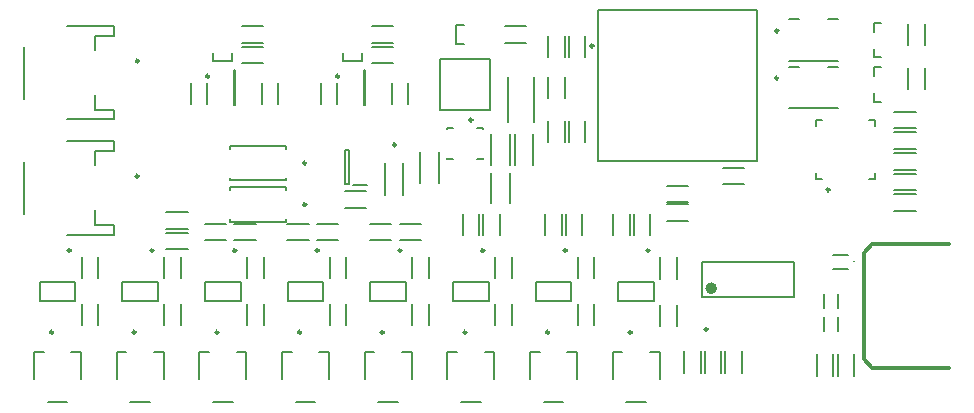
<source format=gto>
G04*
G04 #@! TF.GenerationSoftware,Altium Limited,Altium Designer,25.5.2 (35)*
G04*
G04 Layer_Color=65535*
%FSLAX44Y44*%
%MOMM*%
G71*
G04*
G04 #@! TF.SameCoordinates,E2347265-D20F-491F-8A9E-089D316F0C9A*
G04*
G04*
G04 #@! TF.FilePolarity,Positive*
G04*
G01*
G75*
%ADD10C,0.1000*%
%ADD11C,0.2500*%
%ADD12C,0.5000*%
%ADD13C,0.1524*%
%ADD14C,0.2000*%
%ADD15C,0.3000*%
D10*
X725000Y136000D02*
G03*
X725000Y135000I0J-500D01*
G01*
D02*
G03*
X725000Y136000I0J500D01*
G01*
X745000Y157500D02*
G03*
X744000Y157500I-500J0D01*
G01*
D02*
G03*
X745000Y157500I500J0D01*
G01*
X725000Y93000D02*
G03*
X725000Y94000I0J500D01*
G01*
D02*
G03*
X725000Y93000I0J-500D01*
G01*
D11*
X523750Y340250D02*
G03*
X523750Y340250I-1250J0D01*
G01*
X723750Y218439D02*
G03*
X723750Y218439I-1250J0D01*
G01*
X138750Y230000D02*
G03*
X138750Y230000I-1250J0D01*
G01*
Y327500D02*
G03*
X138750Y327500I-1250J0D01*
G01*
X66250Y97750D02*
G03*
X66250Y97750I-1250J0D01*
G01*
X136250D02*
G03*
X136250Y97750I-1250J0D01*
G01*
X206250D02*
G03*
X206250Y97750I-1250J0D01*
G01*
X276250D02*
G03*
X276250Y97750I-1250J0D01*
G01*
X346250D02*
G03*
X346250Y97750I-1250J0D01*
G01*
X416250D02*
G03*
X416250Y97750I-1250J0D01*
G01*
X486250D02*
G03*
X486250Y97750I-1250J0D01*
G01*
X556250D02*
G03*
X556250Y97750I-1250J0D01*
G01*
X198396Y314500D02*
G03*
X198396Y314500I-1250J0D01*
G01*
X308396D02*
G03*
X308396Y314500I-1250J0D01*
G01*
X680250Y313000D02*
G03*
X680250Y313000I-1250J0D01*
G01*
Y353000D02*
G03*
X680250Y353000I-1250J0D01*
G01*
X81250Y167041D02*
G03*
X81250Y167041I-1250J0D01*
G01*
X151250D02*
G03*
X151250Y167041I-1250J0D01*
G01*
X221250D02*
G03*
X221250Y167041I-1250J0D01*
G01*
X291250D02*
G03*
X291250Y167041I-1250J0D01*
G01*
X431250D02*
G03*
X431250Y167041I-1250J0D01*
G01*
X571250D02*
G03*
X571250Y167041I-1250J0D01*
G01*
X501250D02*
G03*
X501250Y167041I-1250J0D01*
G01*
X361250D02*
G03*
X361250Y167041I-1250J0D01*
G01*
X620500Y100219D02*
G03*
X620500Y100219I-1250J0D01*
G01*
X356512Y256445D02*
G03*
X356512Y256445I-1250J0D01*
G01*
X421350Y277500D02*
G03*
X421350Y277500I-1250J0D01*
G01*
X280500Y206000D02*
G03*
X280500Y206000I-1250J0D01*
G01*
Y241000D02*
G03*
X280500Y241000I-1250J0D01*
G01*
D12*
X626000Y135023D02*
G03*
X626000Y135023I-2500J0D01*
G01*
D13*
X226000Y357000D02*
X244000D01*
X226000Y343000D02*
X244000D01*
X558000Y179750D02*
Y197750D01*
X572000Y179750D02*
Y197750D01*
X162250Y199500D02*
X180250D01*
X162250Y185500D02*
X180250D01*
X719000Y118000D02*
Y130000D01*
X731000Y118000D02*
Y130000D01*
X527440Y242996D02*
Y370504D01*
X662060D01*
Y242996D02*
Y370504D01*
X527440Y242996D02*
X662060D01*
X727000Y163500D02*
X739000D01*
X727000Y151500D02*
X739000D01*
X731000Y99000D02*
Y111000D01*
X719000Y99000D02*
Y111000D01*
X453000Y239500D02*
Y265500D01*
X437000Y239500D02*
Y265500D01*
X453000Y207000D02*
Y233000D01*
X437000Y207000D02*
Y233000D01*
X499500Y258500D02*
Y276500D01*
X485500Y258500D02*
Y276500D01*
X778500Y284500D02*
X796500D01*
X778500Y270500D02*
X796500D01*
X778500Y249500D02*
X796500D01*
X778500Y235500D02*
X796500D01*
X778500Y253000D02*
X796500D01*
X778500Y267000D02*
X796500D01*
X649500Y63500D02*
Y81500D01*
X635500Y63500D02*
Y81500D01*
X632000Y63500D02*
Y81500D01*
X618000Y63500D02*
Y81500D01*
X162250Y182000D02*
X180250D01*
X162250Y168000D02*
X180250D01*
X219750Y189500D02*
X237750D01*
X219750Y175500D02*
X237750D01*
X194750Y175500D02*
X212750D01*
X194750Y189500D02*
X212750D01*
X289750Y189500D02*
X307750D01*
X289750Y175500D02*
X307750D01*
X264750Y175500D02*
X282750D01*
X264750Y189500D02*
X282750D01*
X359750Y189500D02*
X377750D01*
X359750Y175500D02*
X377750D01*
X334750Y175500D02*
X352750D01*
X334750Y189500D02*
X352750D01*
X430500Y179750D02*
Y197750D01*
X444500Y179750D02*
Y197750D01*
X413000Y179750D02*
Y197750D01*
X427000Y179750D02*
Y197750D01*
X500500Y179750D02*
Y197750D01*
X514500Y179750D02*
Y197750D01*
X483000Y179750D02*
Y197750D01*
X497000Y179750D02*
Y197750D01*
X540500Y179750D02*
Y197750D01*
X554500Y179750D02*
Y197750D01*
X790500Y303500D02*
Y321500D01*
X804500Y303500D02*
Y321500D01*
X614500Y63500D02*
Y81500D01*
X600500Y63500D02*
Y81500D01*
X790500Y341000D02*
Y359000D01*
X804500Y341000D02*
Y359000D01*
X633500Y237000D02*
X651500D01*
X633500Y223000D02*
X651500D01*
X485500Y296000D02*
Y314000D01*
X499500Y296000D02*
Y314000D01*
X586000Y208000D02*
X604000D01*
X586000Y222000D02*
X604000D01*
X586000Y192000D02*
X604000D01*
X586000Y206000D02*
X604000D01*
X448500Y357000D02*
X466500D01*
X448500Y343000D02*
X466500D01*
X336000Y343000D02*
X354000D01*
X336000Y357000D02*
X354000D01*
X336000Y339500D02*
X354000D01*
X336000Y325500D02*
X354000D01*
X226000Y339500D02*
X244000D01*
X226000Y325500D02*
X244000D01*
X313500Y217000D02*
X331500D01*
X313500Y203000D02*
X331500D01*
X713000Y61000D02*
Y79000D01*
X727000Y61000D02*
Y79000D01*
X730500Y61000D02*
Y79000D01*
X744500Y61000D02*
Y79000D01*
X451500Y276000D02*
Y314000D01*
X473500Y276000D02*
Y314000D01*
X377047Y224522D02*
Y250522D01*
X393000Y224500D02*
Y250500D01*
X457047Y239522D02*
Y265522D01*
X473000Y239500D02*
Y265500D01*
X517000Y258500D02*
Y276500D01*
X503000Y258500D02*
Y276500D01*
X485500Y331000D02*
Y349000D01*
X499500Y331000D02*
Y349000D01*
X503000Y331000D02*
Y349000D01*
X517000Y331000D02*
Y349000D01*
X778500Y214500D02*
X796500D01*
X778500Y200500D02*
X796500D01*
X778500Y232000D02*
X796500D01*
X778500Y218000D02*
X796500D01*
X90500Y103500D02*
Y121500D01*
X104500Y103500D02*
Y121500D01*
Y143500D02*
Y161500D01*
X90500Y143500D02*
Y161500D01*
X160500Y103500D02*
Y121500D01*
X174500Y103500D02*
Y121500D01*
Y143500D02*
Y161500D01*
X160500Y143500D02*
Y161500D01*
X230500Y103500D02*
Y121500D01*
X244500Y103500D02*
Y121500D01*
Y143500D02*
Y161500D01*
X230500Y143500D02*
Y161500D01*
X300500Y103500D02*
Y121500D01*
X314500Y103500D02*
Y121500D01*
Y143500D02*
Y161500D01*
X300500Y143500D02*
Y161500D01*
X307000Y291000D02*
Y309000D01*
X293000Y291000D02*
Y309000D01*
X197000Y291000D02*
Y309000D01*
X183000Y291000D02*
Y309000D01*
X367000Y291000D02*
Y309000D01*
X353000Y291000D02*
Y309000D01*
X257000Y291000D02*
Y309000D01*
X243000Y291000D02*
Y309000D01*
X370500Y103500D02*
Y121500D01*
X384500Y103500D02*
Y121500D01*
X384500Y143500D02*
Y161500D01*
X370500Y143500D02*
Y161500D01*
X440500Y103500D02*
Y121500D01*
X454500Y103500D02*
Y121500D01*
Y143500D02*
Y161500D01*
X440500Y143500D02*
Y161500D01*
X510500Y103500D02*
Y121500D01*
X524500Y103500D02*
Y121500D01*
Y143500D02*
Y161500D01*
X510500Y143500D02*
Y161500D01*
X580500Y103259D02*
Y121259D01*
X594500Y103259D02*
Y121259D01*
Y143259D02*
Y161259D01*
X580500Y143259D02*
Y161259D01*
D14*
X202000Y327500D02*
Y334500D01*
X218000Y327500D02*
Y334500D01*
X202000Y327500D02*
X218000D01*
X712500Y227500D02*
X717500D01*
X712500D02*
Y232500D01*
X757500Y227500D02*
X762500D01*
Y232500D01*
X712500Y277500D02*
X717500D01*
X712500Y272500D02*
Y277500D01*
X757500D02*
X762500D01*
Y272500D02*
Y277500D01*
X78000Y259500D02*
X118000D01*
Y251500D02*
Y259500D01*
X102000Y251500D02*
X118000D01*
X102000Y239000D02*
Y251500D01*
Y188500D02*
Y201000D01*
Y188500D02*
X118000D01*
Y180500D02*
Y188500D01*
X78000Y180500D02*
X118000D01*
X42000Y198000D02*
Y242000D01*
X78000Y357000D02*
X118000D01*
Y349000D02*
Y357000D01*
X102000Y349000D02*
X118000D01*
X102000Y336500D02*
Y349000D01*
Y286000D02*
Y298500D01*
Y286000D02*
X118000D01*
Y278000D02*
Y286000D01*
X78000Y278000D02*
X118000D01*
X42000Y295500D02*
Y339500D01*
X50000Y58500D02*
Y81250D01*
X61750Y38750D02*
X78250D01*
X90000Y58500D02*
Y81250D01*
X81750D02*
X90000D01*
X50000D02*
X58250D01*
X120000Y58500D02*
Y81250D01*
X131750Y38750D02*
X148250D01*
X160000Y58500D02*
Y81250D01*
X151750D02*
X160000D01*
X120000D02*
X128250D01*
X190000Y58500D02*
Y81250D01*
X201750Y38750D02*
X218250D01*
X230000Y58500D02*
Y81250D01*
X221750D02*
X230000D01*
X190000D02*
X198250D01*
X260000Y58500D02*
Y81250D01*
X271750Y38750D02*
X288250D01*
X300000Y58500D02*
Y81250D01*
X291750D02*
X300000D01*
X260000D02*
X268250D01*
X330000Y58500D02*
Y81250D01*
X341750Y38750D02*
X358250D01*
X370000Y58500D02*
Y81250D01*
X361750D02*
X370000D01*
X330000D02*
X338250D01*
X400000Y58500D02*
Y81250D01*
X411750Y38750D02*
X428250D01*
X440000Y58500D02*
Y81250D01*
X431750D02*
X440000D01*
X400000D02*
X408250D01*
X470000Y58500D02*
Y81250D01*
X481750Y38750D02*
X498250D01*
X510000Y58500D02*
Y81250D01*
X501750D02*
X510000D01*
X470000D02*
X478250D01*
X540000Y58500D02*
Y81250D01*
X551750Y38750D02*
X568250D01*
X580000Y58500D02*
Y81250D01*
X571750D02*
X580000D01*
X540000D02*
X548250D01*
X393500Y286000D02*
Y329000D01*
Y286000D02*
X436500D01*
Y329000D01*
X393500D02*
X436500D01*
X219471Y319500D02*
X220529D01*
X219471Y290500D02*
Y319500D01*
Y290500D02*
X220529D01*
Y319500D01*
X329471D02*
X330529D01*
X329471Y290500D02*
Y319500D01*
Y290500D02*
X330529D01*
Y319500D01*
X761000Y330500D02*
Y337750D01*
Y330500D02*
X767500D01*
X761000Y352250D02*
Y359500D01*
X767500D01*
X761000Y293000D02*
Y300250D01*
Y293000D02*
X767500D01*
X761000Y314750D02*
Y322000D01*
X767500D01*
X689000Y287250D02*
X731000D01*
X689000Y322750D02*
X697750D01*
X722250D02*
X731000D01*
X689000Y327250D02*
X731000D01*
X689000Y362750D02*
X697750D01*
X722250D02*
X731000D01*
X85000Y124274D02*
Y140726D01*
X55000Y124274D02*
X85000D01*
X55000D02*
Y140726D01*
X85000D01*
X155000Y124274D02*
Y140726D01*
X125000Y124274D02*
X155000D01*
X125000D02*
Y140726D01*
X155000D01*
X225000Y124274D02*
Y140726D01*
X195000Y124274D02*
X225000D01*
X195000D02*
Y140726D01*
X225000D01*
X295000Y124274D02*
Y140726D01*
X265000Y124274D02*
X295000D01*
X265000D02*
Y140726D01*
X295000D01*
X435000Y124274D02*
Y140726D01*
X405000Y124274D02*
X435000D01*
X405000D02*
Y140726D01*
X435000D01*
X575000Y124274D02*
Y140726D01*
X545000Y124274D02*
X575000D01*
X545000D02*
Y140726D01*
X575000D01*
X505000Y124274D02*
Y140726D01*
X475000Y124274D02*
X505000D01*
X475000D02*
Y140726D01*
X505000D01*
X365000Y124274D02*
Y140726D01*
X335000Y124274D02*
X365000D01*
X335000D02*
Y140726D01*
X365000D01*
X320250Y222400D02*
X331750D01*
X316750Y223000D02*
Y252000D01*
X313250D02*
X316750D01*
X313250Y223000D02*
Y252000D01*
Y223000D02*
X316750D01*
X616000Y127523D02*
Y157477D01*
X694000D01*
Y127523D02*
Y157477D01*
X616000Y127523D02*
X694000D01*
X362750Y214250D02*
Y240750D01*
X347250Y214250D02*
X347738D01*
X362262D02*
X362750D01*
X347250D02*
Y240750D01*
X347738D01*
X362262D02*
X362750D01*
X430500Y269950D02*
Y270500D01*
Y244500D02*
Y245050D01*
X399500Y244500D02*
X405050D01*
X424950D02*
X430500D01*
X399500Y269950D02*
Y270500D01*
Y244500D02*
Y245050D01*
Y270500D02*
X405150D01*
X424850D02*
X430500D01*
X263750Y191500D02*
Y193750D01*
Y218250D02*
Y220500D01*
X216250D02*
X263750D01*
X216250Y191500D02*
Y193750D01*
Y218250D02*
Y220500D01*
Y191500D02*
X263750D01*
Y226500D02*
Y228750D01*
Y253250D02*
Y255500D01*
X216250D02*
X263750D01*
X216250Y226500D02*
Y228750D01*
Y253250D02*
Y255500D01*
Y226500D02*
X263750D01*
X407500Y342000D02*
Y358000D01*
Y342000D02*
X414500D01*
X407500Y358000D02*
X414500D01*
X312000Y327500D02*
X328000D01*
Y334500D01*
X312000Y327500D02*
Y334500D01*
D15*
X752500Y75000D02*
Y165000D01*
Y75000D02*
X760000Y67500D01*
X752500Y165000D02*
X760000Y172500D01*
X825000D01*
X760000Y67500D02*
X825000D01*
M02*

</source>
